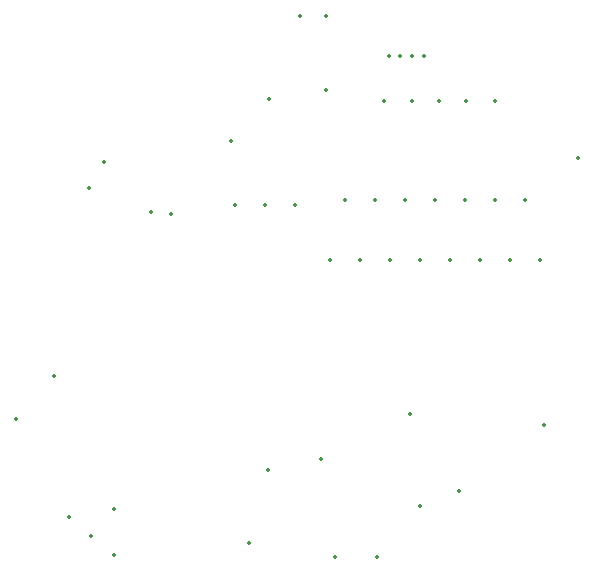
<source format=gbo>
%TF.GenerationSoftware,KiCad,Pcbnew,7.0.5-0*%
%TF.CreationDate,2024-11-24T15:49:57-05:00*%
%TF.ProjectId,PCB-diffDC,5043422d-6469-4666-9644-432e6b696361,rev?*%
%TF.SameCoordinates,Original*%
%TF.FileFunction,Legend,Bot*%
%TF.FilePolarity,Positive*%
%FSLAX46Y46*%
G04 Gerber Fmt 4.6, Leading zero omitted, Abs format (unit mm)*
G04 Created by KiCad (PCBNEW 7.0.5-0) date 2024-11-24 15:49:57*
%MOMM*%
%LPD*%
G01*
G04 APERTURE LIST*
%ADD10C,0.350000*%
G04 APERTURE END LIST*
D10*
X108040000Y-47660000D03*
X111188750Y-75560000D03*
X101218750Y-53700000D03*
X89838750Y-71200000D03*
X116068750Y-43380000D03*
X120388750Y-82910000D03*
X111258750Y-44100000D03*
X92998750Y-67560000D03*
X123998750Y-78530000D03*
X98138750Y-78850000D03*
X109528750Y-81680000D03*
X127338750Y-77300000D03*
X137368750Y-49080000D03*
X116798750Y-82900000D03*
X123218750Y-70770000D03*
X134510000Y-71750000D03*
X115678750Y-74620000D03*
X102948750Y-53880000D03*
X113480000Y-53100000D03*
X110940000Y-53100000D03*
X108400000Y-53100000D03*
X116030000Y-37070000D03*
X125638750Y-44300000D03*
X123378750Y-44270000D03*
X121367250Y-40433500D03*
X122367250Y-40433500D03*
X123367250Y-40433500D03*
X124367250Y-40433500D03*
X116418750Y-57770000D03*
X117688750Y-52690000D03*
X118958750Y-57770000D03*
X120228750Y-52690000D03*
X121498750Y-57770000D03*
X122768750Y-52690000D03*
X124038750Y-57770000D03*
X125308750Y-52690000D03*
X126578750Y-57770000D03*
X127848750Y-52690000D03*
X129118750Y-57770000D03*
X130388750Y-52690000D03*
X131658750Y-57770000D03*
X132928750Y-52690000D03*
X134198750Y-57770000D03*
X95964838Y-51610558D03*
X97252433Y-49467640D03*
X113840000Y-37060000D03*
X130368750Y-44300000D03*
X94287139Y-79541531D03*
X96202250Y-81148500D03*
X98117361Y-82755469D03*
X127928750Y-44300000D03*
X120998750Y-44240000D03*
M02*

</source>
